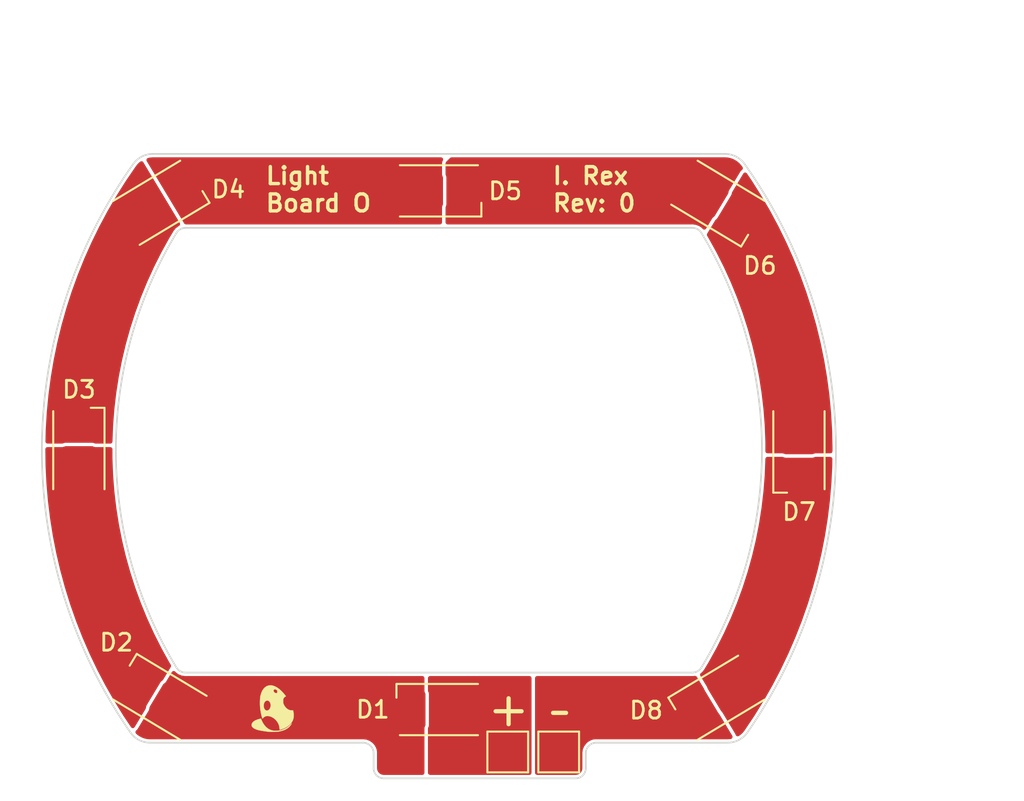
<source format=kicad_pcb>
(kicad_pcb (version 20241229) (generator "pcbnew") (generator_version "9.0")
  (title_block (title "${PROJECTNAME}") (date "2025-08-10") (rev "${REV_BOARD}") (comment 1 "Isaac Rex"))
  (layers (0 "F.Cu" signal) (2 "B.Cu" signal) (13 "F.Paste" user) (15 "B.Paste" user) (5 "F.SilkS" user "F.Silkscreen") (7 "B.SilkS" user "B.Silkscreen") (1 "F.Mask" user) (3 "B.Mask" user) (25 "Edge.Cuts" user))
  (property "REV_BOARD" "0")
  (property "REV_SCH" "0")
  (net 0 "")
  (net 1 "/K_D1")
  (net 2 "/V+")
  (net 3 "/K_D2")
  (net 4 "/K_D3")
  (net 5 "/K_D4")
  (net 6 "/K_D5")
  (net 7 "/K_D6")
  (net 8 "/K_D7")
  (net 9 "/V-")
  (footprint "LED_SMD:LED_Everlight-SMD3528_3.5x2.8mm_67-21ST" (layer "F.Cu") (at 137.995967 112.151443)
    (property "Reference" "D1" (at -3.895967 0 0) (layer "F.SilkS") (effects (font (thickness 0.16))))
    (property "Value" "White")
    (fp_line (start -2.5 -1.51) (end 2.3 -1.51) (stroke (width 0.12)) (layer "F.SilkS"))
    (fp_line (start -2.5 -0.7) (end -2.5 -1.51) (stroke (width 0.12)) (layer "F.SilkS"))
    (fp_line (start -2.3 1.51) (end 2.3 1.51) (stroke (width 0.12)) (layer "F.SilkS"))
    (pad "1" smd roundrect (at -1.34 0) (size 1.1 2.1) (layers "F.Cu" "F.Mask" "F.Paste") (roundrect_rratio 0.15) (net 1 "/K_D1"))
    (pad "2" smd roundrect (at 0.81 0) (size 2.1 2.1) (layers "F.Cu" "F.Mask" "F.Paste") (roundrect_rratio 0.15) (net 2 "/V+"))
  )
  (footprint "LED_SMD:LED_Everlight-SMD3528_3.5x2.8mm_67-21ST" (layer "F.Cu") (at 116.794786 96.870357 -90)
    (property "Reference" "D3" (at -3.570357 -0.005214 0) (layer "F.SilkS") (effects (font (thickness 0.16))))
    (property "Value" "White")
    (fp_line (start -2.3 1.51) (end 2.3 1.51) (stroke (width 0.12)) (layer "F.SilkS"))
    (fp_line (start -2.500001 -0.699999) (end -2.5 -1.51) (stroke (width 0.12)) (layer "F.SilkS"))
    (fp_line (start -2.5 -1.51) (end 2.3 -1.51) (stroke (width 0.12)) (layer "F.SilkS"))
    (pad "1" smd roundrect (at -1.34 0 270) (size 1.1 2.1) (layers "F.Cu" "F.Mask" "F.Paste") (roundrect_rratio 0.15) (net 4 "/K_D3"))
    (pad "2" smd roundrect (at 0.809999 0 270) (size 2.1 2.1) (layers "F.Cu" "F.Mask" "F.Paste") (roundrect_rratio 0.15) (net 3 "/K_D2"))
  )
  (footprint "LED_SMD:LED_Everlight-SMD3528_3.5x2.8mm_67-21ST" (layer "F.Cu") (at 159.197148 96.870357 90)
    (property "Reference" "D7" (at -3.629643 0.002852 180) (layer "F.SilkS") (effects (font (thickness 0.16))))
    (property "Value" "White")
    (fp_line (start -2.5 -1.51) (end 2.3 -1.51) (stroke (width 0.12)) (layer "F.SilkS"))
    (fp_line (start -2.5 -0.7) (end -2.5 -1.51) (stroke (width 0.12)) (layer "F.SilkS"))
    (fp_line (start -2.3 1.51) (end 2.3 1.51) (stroke (width 0.12)) (layer "F.SilkS"))
    (pad "1" smd roundrect (at -1.34 0 90) (size 1.1 2.1) (layers "F.Cu" "F.Mask" "F.Paste") (roundrect_rratio 0.15) (net 8 "/K_D7"))
    (pad "2" smd roundrect (at 0.809999 0 90) (size 2.1 2.1) (layers "F.Cu" "F.Mask" "F.Paste") (roundrect_rratio 0.15) (net 7 "/K_D6"))
  )
  (footprint "TestPoint:TestPoint_Pad_2.0x2.0mm" (layer "F.Cu") (at 145.05 114.65)
    (property "Reference" "J2" (hide yes))
    (property "Value" "V-")
    (fp_line (start -1.2 -1.2) (end 1.2 -1.2) (stroke (width 0.12)) (layer "F.SilkS"))
    (fp_line (start -1.2 1.2) (end -1.2 -1.2) (stroke (width 0.12)) (layer "F.SilkS"))
    (fp_line (start 1.2 -1.2) (end 1.2 1.2) (stroke (width 0.12)) (layer "F.SilkS"))
    (fp_line (start 1.2 1.2) (end -1.2 1.2) (stroke (width 0.12)) (layer "F.SilkS"))
    (pad "1" smd rect (at 0 0) (size 2 2) (layers "F.Cu" "F.Mask") (net 9 "/V-"))
  )
  (footprint "LED_SMD:LED_Everlight-SMD3528_3.5x2.8mm_67-21ST" (layer "F.Cu") (at 154.423592 82.287887 149)
    (property "Reference" "D6" (at -4.034575 -1.906457 0) (layer "F.SilkS") (effects (font (thickness 0.16))))
    (property "Value" "White")
    (fp_line (start -2.5 -1.51) (end 2.3 -1.51) (stroke (width 0.12)) (layer "F.SilkS"))
    (fp_line (start -2.5 -0.7) (end -2.5 -1.51) (stroke (width 0.12)) (layer "F.SilkS"))
    (fp_line (start -2.3 1.51) (end 2.3 1.51) (stroke (width 0.12)) (layer "F.SilkS"))
    (pad "1" smd roundrect (at -1.34 0 149) (size 1.1 2.1) (layers "F.Cu" "F.Mask" "F.Paste") (roundrect_rratio 0.15) (net 7 "/K_D6"))
    (pad "2" smd roundrect (at 0.81 0 149) (size 2.1 2.1) (layers "F.Cu" "F.Mask" "F.Paste") (roundrect_rratio 0.15) (net 6 "/K_D5"))
  )
  (footprint "LED_SMD:LED_Everlight-SMD3528_3.5x2.8mm_67-21ST" (layer "F.Cu") (at 121.568343 111.452827 -31)
    (property "Reference" "D2" (at -3.876829 -1.465423 0) (layer "F.SilkS") (effects (font (thickness 0.16))))
    (property "Value" "White")
    (fp_line (start -2.3 1.51) (end 2.3 1.51) (stroke (width 0.12)) (layer "F.SilkS"))
    (fp_line (start -2.5 -0.7) (end -2.5 -1.51) (stroke (width 0.12)) (layer "F.SilkS"))
    (fp_line (start -2.5 -1.51) (end 2.3 -1.51) (stroke (width 0.12)) (layer "F.SilkS"))
    (pad "1" smd roundrect (at -1.34 0 329) (size 1.1 2.1) (layers "F.Cu" "F.Mask" "F.Paste") (roundrect_rratio 0.15) (net 3 "/K_D2"))
    (pad "2" smd roundrect (at 0.81 0 329) (size 2.1 2.1) (layers "F.Cu" "F.Mask" "F.Paste") (roundrect_rratio 0.15) (net 1 "/K_D1"))
  )
  (footprint "LED_SMD:LED_Everlight-SMD3528_3.5x2.8mm_67-21ST" (layer "F.Cu") (at 154.423592 111.452827 31)
    (property "Reference" "D8" (at -4.005147 -1.534858 0) (layer "F.SilkS") (effects (font (thickness 0.16))))
    (property "Value" "White")
    (fp_line (start -2.5 -1.51) (end 2.3 -1.51) (stroke (width 0.12)) (layer "F.SilkS"))
    (fp_line (start -2.5 -0.7) (end -2.5 -1.51) (stroke (width 0.12)) (layer "F.SilkS"))
    (fp_line (start -2.3 1.51) (end 2.3 1.51) (stroke (width 0.12)) (layer "F.SilkS"))
    (pad "1" smd roundrect (at -1.34 0 31) (size 1.1 2.1) (layers "F.Cu" "F.Mask" "F.Paste") (roundrect_rratio 0.15) (net 9 "/V-"))
    (pad "2" smd roundrect (at 0.81 0 31) (size 2.1 2.1) (layers "F.Cu" "F.Mask" "F.Paste") (roundrect_rratio 0.15) (net 8 "/K_D7"))
  )
  (footprint "LED_SMD:LED_Everlight-SMD3528_3.5x2.8mm_67-21ST" (layer "F.Cu") (at 137.995967 81.589271 180)
    (property "Reference" "D5" (at -3.904033 -0.010729 0) (layer "F.SilkS") (effects (font (thickness 0.16))))
    (property "Value" "White")
    (fp_line (start -2.3 1.51) (end 2.3 1.51) (stroke (width 0.12)) (layer "F.SilkS"))
    (fp_line (start -2.5 -0.7) (end -2.5 -1.51) (stroke (width 0.12)) (layer "F.SilkS"))
    (fp_line (start -2.5 -1.51) (end 2.3 -1.51) (stroke (width 0.12)) (layer "F.SilkS"))
    (pad "1" smd roundrect (at -1.34 0 180) (size 1.1 2.1) (layers "F.Cu" "F.Mask" "F.Paste") (roundrect_rratio 0.15) (net 6 "/K_D5"))
    (pad "2" smd roundrect (at 0.809999 0 180) (size 2.1 2.1) (layers "F.Cu" "F.Mask" "F.Paste") (roundrect_rratio 0.15) (net 5 "/K_D4"))
  )
  (footprint "LED_SMD:LED_Everlight-SMD3528_3.5x2.8mm_67-21ST" (layer "F.Cu") (at 121.568343 82.287886 -149)
    (property "Reference" "D4" (at -3.861596 -1.401107 0) (layer "F.SilkS") (effects (font (thickness 0.16))))
    (property "Value" "White")
    (fp_line (start -2.3 1.51) (end 2.3 1.51) (stroke (width 0.12)) (layer "F.SilkS"))
    (fp_line (start -2.500001 -0.699999) (end -2.5 -1.51) (stroke (width 0.12)) (layer "F.SilkS"))
    (fp_line (start -2.5 -1.51) (end 2.3 -1.51) (stroke (width 0.12)) (layer "F.SilkS"))
    (pad "1" smd roundrect (at -1.34 0 211) (size 1.1 2.1) (layers "F.Cu" "F.Mask" "F.Paste") (roundrect_rratio 0.15) (net 5 "/K_D4"))
    (pad "2" smd roundrect (at 0.81 0 211) (size 2.1 2.1) (layers "F.Cu" "F.Mask" "F.Paste") (roundrect_rratio 0.15) (net 4 "/K_D3"))
  )
  (footprint "irex_Aesthetic:Logo_irex_2.5x2.8mm_Silk" (layer "F.Cu") (at 128.2 112.1)
    (property "Reference" "G***" (hide yes))
    (property "Value" "IREX_LOGO" (hide yes))
    (fp_poly (pts (xy -0.678616 0.596004) (xy -0.664843 0.628867) (xy -0.645982 0.674154) (xy -0.643967 0.679005) (xy -0.570442 0.829771) (xy -0.483234 0.96277) (xy -0.384593 1.075318) (xy -0.276772 1.164731) (xy -0.196345 1.212468) (xy -0.116236 1.2491) (xy -0.041766 1.274315) (xy 0.034954 1.289556) (xy 0.121813 1.29627) (xy 0.226699 1.295902) (xy 0.254 1.294976) (xy 0.337603 1.290749) (xy 0.402948 1.284288) (xy 0.459991 1.273934) (xy 0.518691 1.258027) (xy 0.564445 1.243256) (xy 0.731482 1.174267) (xy 0.881692 1.08418) (xy 1.019855 0.97005) (xy 1.040444 0.950073) (xy 1.090702 0.901373) (xy 1.12251 0.87339) (xy 1.136086 0.866426) (xy 1.131644 0.880783) (xy 1.1094 0.916763) (xy 1.069571 0.974669) (xy 1.063817 0.982826) (xy 0.97441 1.085224) (xy 0.861615 1.173257) (xy 0.726726 1.246239) (xy 0.571039 1.303484) (xy 0.395852 1.344306) (xy 0.373945 1.348009) (xy 0.312878 1.355119) (xy 0.231088 1.360673) (xy 0.136037 1.364536) (xy 0.035186 1.366571) (xy -0.064 1.366643) (xy -0.15406 1.364616) (xy -0.22753 1.360353) (xy -0.239889 1.359189) (xy -0.330213 1.348693) (xy -0.431876 1.334873) (xy -0.537808 1.318876) (xy -0.640941 1.301847) (xy -0.734206 1.28493) (xy -0.810536 1.269272) (xy -0.843916 1.261308) (xy -0.972305 1.221159) (xy -1.076181 1.173871) (xy -1.15501 1.120217) (xy -1.208259 1.060969) (xy -1.235393 0.996901) (xy -1.23588 0.928783) (xy -1.209187 0.857389) (xy -1.165538 0.79565) (xy -1.09781 0.735198) (xy -1.00457 0.68135) (xy -0.887992 0.635238) (xy -0.817877 0.614427) (xy -0.761508 0.599695) (xy -0.716813 0.588684) (xy -0.689748 0.582824) (xy -0.684441 0.58239) (xy -0.678616 0.596004)) (stroke (width 0.01)) (fill yes) (layer "F.SilkS"))
    (fp_poly (pts (xy 0.016201 -1.361334) (xy 0.141785 -1.317768) (xy 0.270223 -1.248777) (xy 0.400463 -1.154834) (xy 0.531447 -1.036413) (xy 0.662123 -0.893988) (xy 0.670497 -0.884011) (xy 0.714771 -0.830486) (xy 0.751645 -0.784949) (xy 0.777754 -0.751628) (xy 0.789732 -0.734754) (xy 0.790137 -0.733694) (xy 0.77873 -0.723786) (xy 0.750781 -0.709124) (xy 0.747065 -0.707452) (xy 0.71281 -0.683812) (xy 0.677568 -0.646885) (xy 0.665926 -0.630955) (xy 0.647472 -0.600269) (xy 0.636163 -0.570944) (xy 0.630293 -0.534638) (xy 0.628152 -0.48301) (xy 0.627945 -0.44553) (xy 0.628861 -0.381286) (xy 0.633142 -0.334708) (xy 0.643085 -0.29526) (xy 0.660986 -0.252406) (xy 0.677324 -0.219038) (xy 0.742877 -0.112735) (xy 0.821985 -0.025613) (xy 0.911581 0.040126) (xy 1.008597 0.082279) (xy 1.109966 0.098645) (xy 1.119959 0.098778) (xy 1.211555 0.098778) (xy 1.228886 0.179917) (xy 1.241208 0.263738) (xy 1.246431 0.35945) (xy 1.24471 0.457045) (xy 1.236196 0.546518) (xy 1.222266 0.613834) (xy 1.170756 0.738719) (xy 1.092985 0.855585) (xy 0.990076 0.963243) (xy 0.863151 1.060507) (xy 0.724304 1.140712) (xy 0.680048 1.16052) (xy 0.623131 1.182569) (xy 0.561245 1.20429) (xy 0.502082 1.223111) (xy 0.453334 1.236461) (xy 0.422692 1.241769) (xy 0.421945 1.241778) (xy 0.416686 1.228851) (xy 0.41114 1.19474) (xy 0.406405 1.146448) (xy 0.405905 1.139473) (xy 0.384809 1.009091) (xy 0.33894 0.884987) (xy 0.273232 0.77204) (xy 0.178405 0.655184) (xy 0.068517 0.561535) (xy -0.035277 0.50027) (xy -0.152412 0.45325) (xy -0.260935 0.43167) (xy -0.359849 0.435448) (xy -0.448155 0.4645) (xy -0.524857 0.518742) (xy -0.548255 0.543067) (xy -0.592893 0.593908) (xy -0.608333 0.554482) (xy -0.629331 0.491276) (xy -0.651876 0.407085) (xy -0.674451 0.308979) (xy -0.695542 0.204027) (xy -0.713633 0.0993) (xy -0.727209 0.001867) (xy -0.727725 -0.002538) (xy -0.737471 -0.11256) (xy -0.740554 -0.179463) (xy -0.521801 -0.179463) (xy -0.513566 -0.088709) (xy -0.489974 -0.011964) (xy -0.453639 0.048368) (xy -0.407175 0.089884) (xy -0.353194 0.11018) (xy -0.29431 0.106853) (xy -0.238448 0.081125) (xy -0.183863 0.029059) (xy -0.143839 -0.041403) (xy -0.119717 -0.123721) (xy -0.112838 -0.211356) (xy -0.124543 -0.29777) (xy -0.147807 -0.360863) (xy -0.190838 -0.424976) (xy -0.241069 -0.464443) (xy -0.295254 -0.480838) (xy -0.350151 -0.475733) (xy -0.402516 -0.450702) (xy -0.449105 -0.407319) (xy -0.486674 -0.347156) (xy -0.51198 -0.271787) (xy -0.521779 -0.182785) (xy -0.521801 -0.179463) (xy -0.740554 -0.179463) (xy -0.743041 -0.233403) (xy -0.744554 -0.358491) (xy -0.742129 -0.481244) (xy -0.735887 -0.595087) (xy -0.725946 -0.693441) (xy -0.713886 -0.763499) (xy -0.667774 -0.92356) (xy -0.607461 -1.060695) (xy -0.595853 -1.07849) (xy 0.058116 -1.07849) (xy 0.061071 -1.033899) (xy 0.086914 -0.984994) (xy 0.104423 -0.9652) (xy 0.149944 -0.932068) (xy 0.198478 -0.916469) (xy 0.242153 -0.919923) (xy 0.265289 -0.934155) (xy 0.277888 -0.962411) (xy 0.281691 -1.004884) (xy 0.276479 -1.048906) (xy 0.267693 -1.073226) (xy 0.245005 -1.098937) (xy 0.211949 -1.121687) (xy 0.154966 -1.140364) (xy 0.108225 -1.136323) (xy 0.074888 -1.114165) (xy 0.058116 -1.07849) (xy -0.595853 -1.07849) (xy -0.533319 -1.174347) (xy -0.445718 -1.263959) (xy -0.34503 -1.328974) (xy -0.33287 -1.334738) (xy -0.222181 -1.370293) (xy -0.105473 -1.379) (xy 0.016201 -1.361334)) (stroke (width 0.01)) (fill yes) (layer "F.SilkS"))
  )
  (footprint "TestPoint:TestPoint_Pad_2.0x2.0mm" (layer "F.Cu") (at 142.05 114.65)
    (property "Reference" "J1" (hide yes))
    (property "Value" "V+")
    (fp_line (start -1.2 -1.2) (end 1.2 -1.2) (stroke (width 0.12)) (layer "F.SilkS"))
    (fp_line (start -1.2 1.2) (end -1.2 -1.2) (stroke (width 0.12)) (layer "F.SilkS"))
    (fp_line (start 1.2 -1.2) (end 1.2 1.2) (stroke (width 0.12)) (layer "F.SilkS"))
    (fp_line (start 1.2 1.2) (end -1.2 1.2) (stroke (width 0.12)) (layer "F.SilkS"))
    (pad "1" smd rect (at 0 0) (size 2 2) (layers "F.Cu" "F.Mask") (net 2 "/V+"))
  )
  (gr_line (start 147.246181 114.104683) (end 155.008921 114.104683) (stroke (width 0.1)) (layer "Edge.Cuts"))
  (gr_curve (pts (xy 133.549296 114.104684) (xy 133.863551 114.104684) (xy 134.149429 114.390552) (xy 134.149428 114.704683)) (stroke (width 0.1)) (layer "Edge.Cuts"))
  (gr_arc (start 155.991933 79.999999) (mid 161.375103 96.725803) (end 156.158224 113.504218) (stroke (width 0.1)) (layer "Edge.Cuts"))
  (gr_line (start 120.983013 114.104683) (end 133.549296 114.104684) (stroke (width 0.1)) (layer "Edge.Cuts"))
  (gr_line (start 146.646047 115.604683) (end 146.646048 114.704682) (stroke (width 0.1)) (layer "Edge.Cuts"))
  (gr_line (start 154.850757 79.410956) (end 121.141177 79.410956) (stroke (width 0.1)) (layer "Edge.Cuts"))
  (gr_curve (pts (xy 123.058322 109.973127) (xy 122.852405 109.973127) (xy 122.651419 109.859768) (xy 122.544894 109.683545)) (stroke (width 0.1)) (layer "Edge.Cuts"))
  (gr_arc (start 134.749429 116.204684) (mid 134.325188 116.028935) (end 134.149428 115.604683) (stroke (width 0.1)) (layer "Edge.Cuts"))
  (gr_line (start 134.149428 114.704683) (end 134.149428 115.604683) (stroke (width 0.1)) (layer "Edge.Cuts"))
  (gr_curve (pts (xy 152.933612 83.767586) (xy 153.139529 83.767585) (xy 153.340514 83.880944) (xy 153.44704 84.057168)) (stroke (width 0.1)) (layer "Edge.Cuts"))
  (gr_curve (pts (xy 146.646048 114.704682) (xy 146.646048 114.390552) (xy 146.931924 114.104684) (xy 147.246181 114.104683)) (stroke (width 0.1)) (layer "Edge.Cuts"))
  (gr_arc (start 146.646047 115.604683) (mid 146.47031 116.02894) (end 146.046047 116.204683) (stroke (width 0.1)) (layer "Edge.Cuts"))
  (gr_curve (pts (xy 121.141177 79.410956) (xy 120.695456 79.410956) (xy 120.258178 79.636667) (xy 120 79.999999)) (stroke (width 0.1)) (layer "Edge.Cuts"))
  (gr_curve (pts (xy 155.991933 79.999999) (xy 155.733755 79.636667) (xy 155.296478 79.410956) (xy 154.850757 79.410956)) (stroke (width 0.1)) (layer "Edge.Cuts"))
  (gr_arc (start 119.833709 113.504218) (mid 114.616829 96.725803) (end 120 79.999999) (stroke (width 0.1)) (layer "Edge.Cuts"))
  (gr_arc (start 122.544894 109.683545) (mid 118.9731 96.870357) (end 122.544894 84.057168) (stroke (width 0.1)) (layer "Edge.Cuts"))
  (gr_arc (start 153.44704 84.057168) (mid 157.018834 96.870357) (end 153.44704 109.683545) (stroke (width 0.1)) (layer "Edge.Cuts"))
  (gr_curve (pts (xy 155.008921 114.104683) (xy 155.459342 114.104683) (xy 155.900969 113.87397) (xy 156.158224 113.504218)) (stroke (width 0.1)) (layer "Edge.Cuts"))
  (gr_curve (pts (xy 153.44704 109.683545) (xy 153.340516 109.859769) (xy 153.139528 109.973127) (xy 152.933612 109.973127)) (stroke (width 0.1)) (layer "Edge.Cuts"))
  (gr_line (start 123.058322 83.767586) (end 152.933612 83.767586) (stroke (width 0.1)) (layer "Edge.Cuts"))
  (gr_curve (pts (xy 119.833709 113.504218) (xy 120.090965 113.87397) (xy 120.532592 114.104683) (xy 120.983013 114.104683)) (stroke (width 0.1)) (layer "Edge.Cuts"))
  (gr_curve (pts (xy 122.544894 84.057168) (xy 122.651418 83.880944) (xy 122.852405 83.767585) (xy 123.058322 83.767586)) (stroke (width 0.1)) (layer "Edge.Cuts"))
  (gr_line (start 152.933612 109.973127) (end 123.058322 109.973127) (stroke (width 0.1)) (layer "Edge.Cuts"))
  (gr_line (start 134.749429 116.204684) (end 146.046047 116.204683) (stroke (width 0.1)) (layer "Edge.Cuts"))
  (gr_text "Light\nBoard O" (at 127.7 82.9 0) (layer "F.SilkS") (effects (font (size 1 1) (thickness 0.2)) (justify left bottom)))
  (gr_text "+" (at 142.1 112.1 0) (layer "F.SilkS") (effects (font (size 2 2) (thickness 0.25))))
  (gr_text "–" (at 145.1 112.1 0) (layer "F.SilkS") (effects (font (size 2 2) (thickness 0.25))))
  (gr_text "I. Rex\nRev: ${REV_BOARD}" (at 144.6 82.9 0) (layer "F.SilkS") (effects (font (size 1 1) (thickness 0.2)) (justify left bottom)))
  (zone (net 6) (net_name "/K_D5") (layer "F.Cu") (priority 4) (connect_pads yes (clearance 0.2)) (min_thickness 0.25) (fill yes (thermal_gap 0.5) (thermal_bridge_width 0.5))
    (polygon (pts (xy 138.385967 83.9) (xy 140.385967 85.9) (xy 153.138522 85.9) (xy 153.388522 85.65) (xy 153.388522 85.27027) (xy 156.428182 80.211424) (xy 156.428182 78.328182) (xy 155.8 77.7) (xy 140.6 77.7) (xy 138.385967 79.914033)))
  )
  (zone (net 1) (net_name "/K_D1") (layer "F.Cu") (connect_pads yes (clearance 0.2)) (min_thickness 0.25) (fill yes (thermal_gap 0.5) (thermal_bridge_width 0.5))
    (polygon (pts (xy 122.269154 109.026537) (xy 117.6409 116.729244) (xy 137.330387 116.729244) (xy 137.6 116.459631) (xy 137.6 109.05079)))
  )
  (zone (net 5) (net_name "/K_D4") (layer "F.Cu") (priority 3) (connect_pads yes (clearance 0.2)) (min_thickness 0.25) (fill yes (thermal_gap 0.5) (thermal_bridge_width 0.5))
    (polygon (pts (xy 123.569052 84.463789) (xy 120.498982 79.354332) (xy 121.927321 78.35) (xy 137.696697 78.35) (xy 138.6 79.253303) (xy 138.6 83.975239) (xy 137.375239 85.2) (xy 124.305263 85.2)))
  )
  (zone (net 7) (net_name "/K_D6") (layer "F.Cu") (priority 5) (connect_pads yes (clearance 0.2)) (min_thickness 0.25) (fill yes (thermal_gap 0.5) (thermal_bridge_width 0.5))
    (polygon (pts (xy 153.459964 84.661181) (xy 156.397298 79.772635) (xy 157.119933 79.05) (xy 158.5 79.05) (xy 163.1 83.65) (xy 163.1 96.55) (xy 162.139642 97.510358) (xy 155.85 97.510358) (xy 153.459964 95.120322)))
  )
  (zone (net 8) (net_name "/K_D7") (layer "F.Cu") (priority 6) (connect_pads yes (clearance 0.2)) (min_thickness 0.25) (fill yes (thermal_gap 0.5) (thermal_bridge_width 0.5))
    (polygon (pts (xy 162.247148 97.260357) (xy 155.05 97.260357) (xy 152.177082 100.133275) (xy 152.177082 108.900754) (xy 155.781179 114.898979) (xy 156.2322 115.35) (xy 160.9 115.35) (xy 163.65 112.6) (xy 163.65 98.663209)))
  )
  (zone (net 9) (net_name "/V-") (layer "F.Cu") (priority 7) (connect_pads yes (clearance 0.2)) (min_thickness 0.25) (fill yes (thermal_gap 0.5) (thermal_bridge_width 0.5))
    (polygon (pts (xy 155.28722 113.719319) (xy 152.761089 109.51513) (xy 152.345959 109.1) (xy 143.9 109.1) (xy 143.55 109.45) (xy 143.55 116.55) (xy 144.1 117.1) (xy 154.4 117.1) (xy 155.28722 116.21278)))
  )
  (zone (net 2) (net_name "/V+") (layer "F.Cu") (priority 7) (connect_pads yes (clearance 0.2)) (min_thickness 0.25) (fill yes (thermal_gap 0.5) (thermal_bridge_width 0.5))
    (polygon (pts (xy 137.628893 116.75) (xy 137.35 116.471107) (xy 137.35 108.8) (xy 137.9 108.25) (xy 143 108.25) (xy 143.45 108.7) (xy 143.45 116.65) (xy 143.35 116.75)))
  )
  (zone (net 3) (net_name "/K_D2") (layer "F.Cu") (priority 1) (connect_pads yes (clearance 0.2)) (min_thickness 0.25) (fill yes (thermal_gap 0.5) (thermal_bridge_width 0.5))
    (polygon (pts (xy 118.99227 114.995973) (xy 122.324854 109.449622) (xy 122.342488 96.230356) (xy 112.15 96.230356) (xy 112.15 114.995973)))
  )
  (zone (net 4) (net_name "/K_D3") (layer "F.Cu") (priority 2) (connect_pads yes (clearance 0.2)) (min_thickness 0.25) (fill yes (thermal_gap 0.5) (thermal_bridge_width 0.5))
    (polygon (pts (xy 123.264853 83.895819) (xy 120.114134 78.652139) (xy 114.430225 82.067374) (xy 114.447832 96.480357) (xy 119.869643 96.480357) (xy 123.264853 93.085147)))
  )
)
</source>
